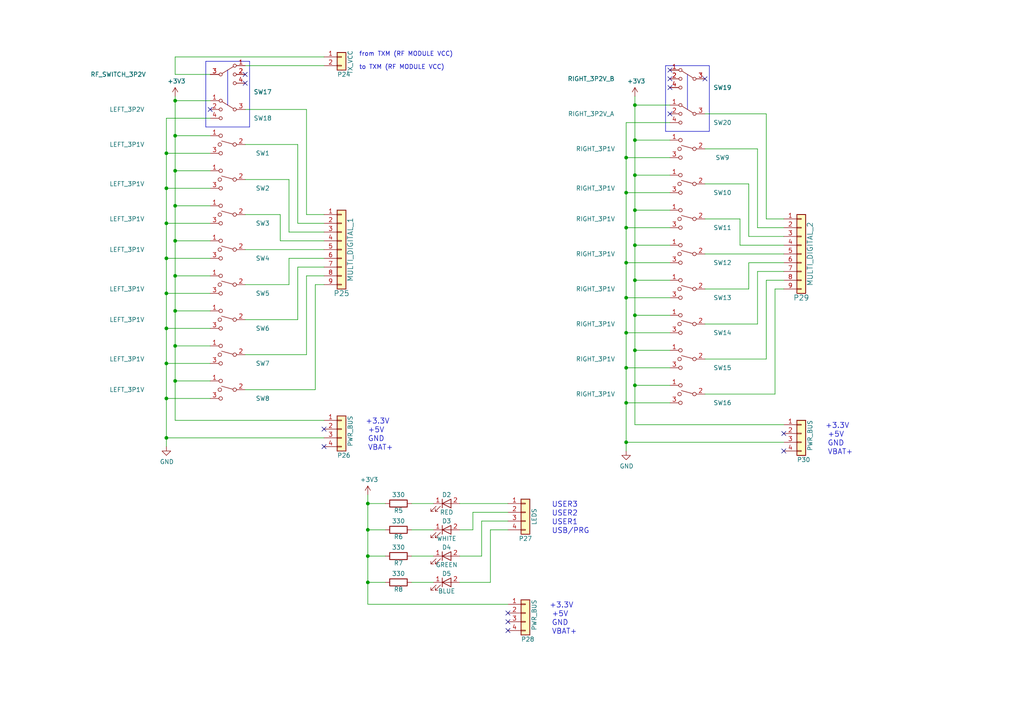
<source format=kicad_sch>
(kicad_sch (version 20230121) (generator eeschema)
  (paper "A4")
  (title_block (title "LEDs and Switches (User, RF mode, Multi digital)") (date "2020-04-15"))
  (lib_symbols
    (symbol "RCTX-rescue:+3.3V-power" (power) (pin_names (offset 0))
      (property "Value" "+3.3V-power" (at 0 3.556 0))
      (symbol "+3.3V-power_0_1"
        (polyline (pts (xy -0.762 1.27) (xy 0 2.54)))
        (polyline (pts (xy 0 0) (xy 0 2.54)))
        (polyline (pts (xy 0 2.54) (xy 0.762 1.27)))
      )
      (symbol "+3.3V-power_1_1"
        (pin power_in line (at 0 0 90) (length 0) hide (name "+3V3") (number "1"))
      )
    )
    (symbol "RCTX-rescue:Conn_01x02-conn" (pin_names (offset 1.016) hide)
      (property "Reference" "J" (at 0 2.54 0))
      (property "Value" "Conn_01x02-conn" (at 0 -5.08 0))
      (symbol "Conn_01x02-conn_1_1"
        (rectangle (start -1.27 -2.413) (end 0 -2.667) (stroke (width 0.1524)))
        (rectangle (start -1.27 0.127) (end 0 -0.127) (stroke (width 0.1524)))
        (rectangle (start -1.27 1.27) (end 1.27 -3.81) (stroke (width 0.254)) (fill (type background)))
        (pin passive line (at -5.08 0 0) (length 3.81) (name "Pin_1") (number "1"))
        (pin passive line (at -5.08 -2.54 0) (length 3.81) (name "Pin_2") (number "2"))
      )
    )
    (symbol "RCTX-rescue:Conn_01x04-conn" (pin_names (offset 1.016) hide)
      (property "Reference" "J" (at 0 5.08 0))
      (property "Value" "Conn_01x04-conn" (at 0 -7.62 0))
      (symbol "Conn_01x04-conn_1_1"
        (rectangle (start -1.27 -4.953) (end 0 -5.207) (stroke (width 0.1524)))
        (rectangle (start -1.27 -2.413) (end 0 -2.667) (stroke (width 0.1524)))
        (rectangle (start -1.27 0.127) (end 0 -0.127) (stroke (width 0.1524)))
        (rectangle (start -1.27 2.667) (end 0 2.413) (stroke (width 0.1524)))
        (rectangle (start -1.27 3.81) (end 1.27 -6.35) (stroke (width 0.254)) (fill (type background)))
        (pin passive line (at -5.08 2.54 0) (length 3.81) (name "Pin_1") (number "1"))
        (pin passive line (at -5.08 0 0) (length 3.81) (name "Pin_2") (number "2"))
        (pin passive line (at -5.08 -2.54 0) (length 3.81) (name "Pin_3") (number "3"))
        (pin passive line (at -5.08 -5.08 0) (length 3.81) (name "Pin_4") (number "4"))
      )
    )
    (symbol "RCTX-rescue:Conn_01x09-conn" (pin_names (offset 1.016) hide)
      (property "Reference" "J" (at 0 12.7 0))
      (property "Value" "Conn_01x09-conn" (at 0 -12.7 0))
      (symbol "Conn_01x09-conn_1_1"
        (rectangle (start -1.27 -10.033) (end 0 -10.287) (stroke (width 0.1524)))
        (rectangle (start -1.27 -7.493) (end 0 -7.747) (stroke (width 0.1524)))
        (rectangle (start -1.27 -4.953) (end 0 -5.207) (stroke (width 0.1524)))
        (rectangle (start -1.27 -2.413) (end 0 -2.667) (stroke (width 0.1524)))
        (rectangle (start -1.27 0.127) (end 0 -0.127) (stroke (width 0.1524)))
        (rectangle (start -1.27 2.667) (end 0 2.413) (stroke (width 0.1524)))
        (rectangle (start -1.27 5.207) (end 0 4.953) (stroke (width 0.1524)))
        (rectangle (start -1.27 7.747) (end 0 7.493) (stroke (width 0.1524)))
        (rectangle (start -1.27 10.287) (end 0 10.033) (stroke (width 0.1524)))
        (rectangle (start -1.27 11.43) (end 1.27 -11.43) (stroke (width 0.254)) (fill (type background)))
        (pin passive line (at -5.08 10.16 0) (length 3.81) (name "Pin_1") (number "1"))
        (pin passive line (at -5.08 7.62 0) (length 3.81) (name "Pin_2") (number "2"))
        (pin passive line (at -5.08 5.08 0) (length 3.81) (name "Pin_3") (number "3"))
        (pin passive line (at -5.08 2.54 0) (length 3.81) (name "Pin_4") (number "4"))
        (pin passive line (at -5.08 0 0) (length 3.81) (name "Pin_5") (number "5"))
        (pin passive line (at -5.08 -2.54 0) (length 3.81) (name "Pin_6") (number "6"))
        (pin passive line (at -5.08 -5.08 0) (length 3.81) (name "Pin_7") (number "7"))
        (pin passive line (at -5.08 -7.62 0) (length 3.81) (name "Pin_8") (number "8"))
        (pin passive line (at -5.08 -10.16 0) (length 3.81) (name "Pin_9") (number "9"))
      )
    )
    (symbol "RCTX-rescue:GND-power" (power) (pin_names (offset 0))
      (property "Value" "GND-power" (at 0 -3.81 0))
      (symbol "GND-power_0_1"
        (polyline (pts (xy 0 0) (xy 0 -1.27) (xy 1.27 -1.27) (xy 0 -2.54) (xy -1.27 -1.27) (xy 0 -1.27)))
      )
      (symbol "GND-power_1_1"
        (pin power_in line (at 0 0 270) (length 0) hide (name "GND") (number "1"))
      )
    )
    (symbol "RCTX-rescue:LED-device" (pin_names (offset 1.016) hide)
      (property "Reference" "D" (at 0 2.54 0))
      (property "Value" "LED-device" (at 0 -2.54 0))
      (symbol "LED-device_0_1"
        (polyline (pts (xy -1.27 -1.27) (xy -1.27 1.27)) (stroke (width 0.2032)))
        (polyline (pts (xy -1.27 0) (xy 1.27 0)))
        (polyline (pts (xy 1.27 -1.27) (xy 1.27 1.27) (xy -1.27 0) (xy 1.27 -1.27)) (stroke (width 0.2032)))
        (polyline (pts (xy -3.048 -0.762) (xy -4.572 -2.286) (xy -3.81 -2.286) (xy -4.572 -2.286) (xy -4.572 -1.524)))
        (polyline (pts (xy -1.778 -0.762) (xy -3.302 -2.286) (xy -2.54 -2.286) (xy -3.302 -2.286) (xy -3.302 -1.524)))
      )
      (symbol "LED-device_1_1"
        (pin passive line (at -3.81 0 0) (length 2.54) (name "K") (number "1"))
        (pin passive line (at 3.81 0 180) (length 2.54) (name "A") (number "2"))
      )
    )
    (symbol "RCTX-rescue:R-device" (pin_numbers hide) (pin_names (offset 0))
      (property "Reference" "R" (at 2.032 0 90))
      (property "Value" "device_R" (at 0 0 90))
      (symbol "R-device_0_1"
        (rectangle (start -1.016 -2.54) (end 1.016 2.54) (stroke (width 0.254)))
      )
      (symbol "R-device_1_1"
        (pin passive line (at 0 3.81 270) (length 1.27) (name "~") (number "1"))
        (pin passive line (at 0 -3.81 90) (length 1.27) (name "~") (number "2"))
      )
    )
    (symbol "RCTX-rescue:SW_SP3T-switches" (pin_names (offset 0) hide)
      (property "Reference" "SW" (at 0 5.08 0))
      (property "Value" "SW_SP3T-switches" (at 0 -5.08 0))
      (symbol "SW_SP3T-switches_0_1"
        (circle (center -2.032 0) (radius 0.4572))
        (polyline (pts (xy -1.651 0.254) (xy 1.651 2.286)))
        (circle (center 2.032 -2.54) (radius 0.4572))
        (circle (center 2.032 0) (radius 0.4572))
        (circle (center 2.032 2.54) (radius 0.4572))
      )
      (symbol "SW_SP3T-switches_1_1"
        (pin passive line (at 5.08 2.54 180) (length 2.54) (name "1") (number "1"))
        (pin passive line (at 5.08 0 180) (length 2.54) (name "2") (number "2"))
        (pin passive line (at -5.08 0 0) (length 2.54) (name "3") (number "3"))
        (pin passive line (at 5.08 -2.54 180) (length 2.54) (name "4") (number "4"))
      )
    )
    (symbol "RCTX-rescue:SW_SPDT_MSM-switches" (pin_names (offset 0) hide)
      (property "Reference" "SW" (at 0 5.08 0))
      (property "Value" "SW_SPDT_MSM-switches" (at 0 -5.08 0))
      (symbol "SW_SPDT_MSM-switches_0_0"
        (circle (center -2.032 0) (radius 0.508))
        (polyline (pts (xy -1.524 0.127) (xy 1.778 1.016)))
        (circle (center 2.032 -2.54) (radius 0.508))
      )
      (symbol "SW_SPDT_MSM-switches_0_1"
        (circle (center 2.032 2.54) (radius 0.508))
        (circle (center 2.286 0) (radius 0.508))
      )
      (symbol "SW_SPDT_MSM-switches_1_1"
        (pin passive line (at 5.08 2.54 180) (length 2.54) (name "1") (number "1"))
        (pin passive line (at -5.08 0 0) (length 2.54) (name "2") (number "2"))
        (pin passive line (at 5.08 -2.54 180) (length 2.54) (name "3") (number "3"))
      )
    )
  )
  (junction (at 50.8 39.37))
  (junction (at 50.8 90.17))
  (junction (at 184.15 101.6))
  (junction (at 184.15 71.12))
  (junction (at 50.8 69.85))
  (junction (at 50.8 110.49))
  (junction (at 48.26 44.45))
  (junction (at 106.68 161.29))
  (junction (at 184.15 60.96))
  (junction (at 184.15 81.28))
  (junction (at 181.61 55.88))
  (junction (at 48.26 115.57))
  (junction (at 106.68 146.05))
  (junction (at 181.61 116.84))
  (junction (at 184.15 111.76))
  (junction (at 181.61 45.72))
  (junction (at 48.26 54.61))
  (junction (at 184.15 50.8))
  (junction (at 181.61 96.52))
  (junction (at 50.8 80.01))
  (junction (at 184.15 30.48))
  (junction (at 184.15 40.64))
  (junction (at 50.8 100.33))
  (junction (at 48.26 105.41))
  (junction (at 181.61 76.2))
  (junction (at 48.26 95.25))
  (junction (at 181.61 128.27))
  (junction (at 48.26 85.09))
  (junction (at 48.26 74.93))
  (junction (at 184.15 91.44))
  (junction (at 50.8 49.53))
  (junction (at 50.8 29.21))
  (junction (at 181.61 66.04))
  (junction (at 48.26 64.77))
  (junction (at 181.61 106.68))
  (junction (at 48.26 127))
  (junction (at 106.68 168.91))
  (junction (at 106.68 153.67))
  (junction (at 181.61 86.36))
  (junction (at 50.8 59.69))
  (no_connect (at 71.12 24.13))
  (no_connect (at 227.33 130.81))
  (no_connect (at 147.32 182.88))
  (no_connect (at 204.47 22.86))
  (no_connect (at 147.32 180.34))
  (no_connect (at 194.31 25.4))
  (no_connect (at 147.32 177.8))
  (no_connect (at 194.31 22.86))
  (no_connect (at 93.98 124.46))
  (no_connect (at 227.33 125.73))
  (no_connect (at 194.31 20.32))
  (no_connect (at 93.98 129.54))
  (no_connect (at 60.96 31.75))
  (no_connect (at 71.12 21.59))
  (no_connect (at 194.31 33.02))
  (wire (pts (xy 50.8 90.17) (xy 60.96 90.17)))
  (wire (pts (xy 93.98 16.51) (xy 50.8 16.51)))
  (wire (pts (xy 106.68 146.05) (xy 106.68 153.67)))
  (wire (pts (xy 106.68 153.67) (xy 111.76 153.67)))
  (wire (pts (xy 133.35 146.05) (xy 147.32 146.05)))
  (wire (pts (xy 139.7 161.29) (xy 133.35 161.29)))
  (wire (pts (xy 83.82 52.07) (xy 71.12 52.07)))
  (wire (pts (xy 106.68 143.51) (xy 106.68 146.05)))
  (wire (pts (xy 181.61 96.52) (xy 181.61 86.36)))
  (wire (pts (xy 83.82 67.31) (xy 83.82 52.07)))
  (wire (pts (xy 48.26 95.25) (xy 48.26 85.09)))
  (wire (pts (xy 224.79 114.3) (xy 204.47 114.3)))
  (wire (pts (xy 88.9 31.75) (xy 71.12 31.75)))
  (wire (pts (xy 214.63 71.12) (xy 214.63 63.5)))
  (polyline (pts (xy 72.39 17.78) (xy 59.69 17.78)))
  (wire (pts (xy 181.61 96.52) (xy 194.31 96.52)))
  (wire (pts (xy 184.15 123.19) (xy 184.15 111.76)))
  (wire (pts (xy 217.17 76.2) (xy 217.17 83.82)))
  (wire (pts (xy 83.82 74.93) (xy 93.98 74.93)))
  (wire (pts (xy 184.15 111.76) (xy 184.15 101.6)))
  (wire (pts (xy 181.61 66.04) (xy 181.61 55.88)))
  (wire (pts (xy 227.33 71.12) (xy 214.63 71.12)))
  (wire (pts (xy 119.38 161.29) (xy 125.73 161.29)))
  (wire (pts (xy 71.12 113.03) (xy 91.44 113.03)))
  (wire (pts (xy 194.31 45.72) (xy 181.61 45.72)))
  (wire (pts (xy 50.8 27.94) (xy 50.8 29.21)))
  (wire (pts (xy 222.25 63.5) (xy 227.33 63.5)))
  (wire (pts (xy 181.61 86.36) (xy 194.31 86.36)))
  (polyline (pts (xy 59.69 17.78) (xy 59.69 36.83)))
  (wire (pts (xy 93.98 77.47) (xy 86.36 77.47)))
  (wire (pts (xy 93.98 127) (xy 48.26 127)))
  (wire (pts (xy 48.26 64.77) (xy 60.96 64.77)))
  (wire (pts (xy 50.8 90.17) (xy 50.8 80.01)))
  (wire (pts (xy 50.8 29.21) (xy 60.96 29.21)))
  (wire (pts (xy 184.15 50.8) (xy 184.15 40.64)))
  (wire (pts (xy 227.33 66.04) (xy 219.71 66.04)))
  (wire (pts (xy 219.71 43.18) (xy 204.47 43.18)))
  (wire (pts (xy 48.26 95.25) (xy 60.96 95.25)))
  (wire (pts (xy 184.15 71.12) (xy 184.15 60.96)))
  (wire (pts (xy 48.26 127) (xy 48.26 129.54)))
  (wire (pts (xy 181.61 128.27) (xy 181.61 130.81)))
  (wire (pts (xy 106.68 175.26) (xy 147.32 175.26)))
  (wire (pts (xy 48.26 85.09) (xy 60.96 85.09)))
  (wire (pts (xy 119.38 168.91) (xy 125.73 168.91)))
  (wire (pts (xy 48.26 85.09) (xy 48.26 74.93)))
  (wire (pts (xy 119.38 153.67) (xy 125.73 153.67)))
  (wire (pts (xy 219.71 78.74) (xy 219.71 93.98)))
  (wire (pts (xy 181.61 128.27) (xy 227.33 128.27)))
  (wire (pts (xy 50.8 16.51) (xy 50.8 21.59)))
  (wire (pts (xy 111.76 146.05) (xy 106.68 146.05)))
  (wire (pts (xy 50.8 110.49) (xy 60.96 110.49)))
  (wire (pts (xy 50.8 100.33) (xy 60.96 100.33)))
  (wire (pts (xy 50.8 80.01) (xy 50.8 69.85)))
  (wire (pts (xy 50.8 39.37) (xy 50.8 29.21)))
  (wire (pts (xy 88.9 102.87) (xy 71.12 102.87)))
  (wire (pts (xy 142.24 153.67) (xy 147.32 153.67)))
  (wire (pts (xy 106.68 161.29) (xy 106.68 168.91)))
  (wire (pts (xy 50.8 121.92) (xy 50.8 110.49)))
  (wire (pts (xy 139.7 151.13) (xy 139.7 161.29)))
  (wire (pts (xy 181.61 66.04) (xy 194.31 66.04)))
  (wire (pts (xy 217.17 53.34) (xy 217.17 68.58)))
  (wire (pts (xy 50.8 100.33) (xy 50.8 90.17)))
  (wire (pts (xy 194.31 30.48) (xy 184.15 30.48)))
  (wire (pts (xy 184.15 27.94) (xy 184.15 30.48)))
  (wire (pts (xy 86.36 41.91) (xy 86.36 64.77)))
  (polyline (pts (xy 59.69 36.83) (xy 72.39 36.83)))
  (wire (pts (xy 184.15 50.8) (xy 194.31 50.8)))
  (wire (pts (xy 224.79 83.82) (xy 224.79 114.3)))
  (polyline (pts (xy 66.04 30.48) (xy 66.04 20.32)))
  (wire (pts (xy 181.61 76.2) (xy 181.61 66.04)))
  (wire (pts (xy 184.15 91.44) (xy 184.15 81.28)))
  (wire (pts (xy 181.61 45.72) (xy 181.61 35.56)))
  (wire (pts (xy 222.25 81.28) (xy 222.25 104.14)))
  (wire (pts (xy 50.8 69.85) (xy 60.96 69.85)))
  (wire (pts (xy 184.15 91.44) (xy 194.31 91.44)))
  (wire (pts (xy 48.26 105.41) (xy 48.26 95.25)))
  (wire (pts (xy 111.76 168.91) (xy 106.68 168.91)))
  (wire (pts (xy 48.26 105.41) (xy 60.96 105.41)))
  (wire (pts (xy 71.12 19.05) (xy 93.98 19.05)))
  (wire (pts (xy 93.98 62.23) (xy 88.9 62.23)))
  (wire (pts (xy 222.25 33.02) (xy 222.25 63.5)))
  (polyline (pts (xy 72.39 36.83) (xy 72.39 17.78)))
  (wire (pts (xy 71.12 92.71) (xy 86.36 92.71)))
  (wire (pts (xy 60.96 39.37) (xy 50.8 39.37)))
  (wire (pts (xy 93.98 82.55) (xy 91.44 82.55)))
  (wire (pts (xy 88.9 80.01) (xy 93.98 80.01)))
  (wire (pts (xy 181.61 106.68) (xy 181.61 96.52)))
  (polyline (pts (xy 199.39 21.59) (xy 199.39 31.75)))
  (wire (pts (xy 181.61 86.36) (xy 181.61 76.2)))
  (wire (pts (xy 50.8 110.49) (xy 50.8 100.33)))
  (polyline (pts (xy 193.04 38.1) (xy 205.74 38.1)))
  (wire (pts (xy 91.44 82.55) (xy 91.44 113.03)))
  (wire (pts (xy 50.8 59.69) (xy 50.8 49.53)))
  (wire (pts (xy 181.61 55.88) (xy 194.31 55.88)))
  (wire (pts (xy 137.16 153.67) (xy 137.16 148.59)))
  (wire (pts (xy 93.98 67.31) (xy 83.82 67.31)))
  (wire (pts (xy 227.33 81.28) (xy 222.25 81.28)))
  (wire (pts (xy 86.36 77.47) (xy 86.36 92.71)))
  (wire (pts (xy 81.28 69.85) (xy 93.98 69.85)))
  (wire (pts (xy 133.35 168.91) (xy 142.24 168.91)))
  (wire (pts (xy 219.71 93.98) (xy 204.47 93.98)))
  (wire (pts (xy 181.61 55.88) (xy 181.61 45.72)))
  (wire (pts (xy 106.68 161.29) (xy 111.76 161.29)))
  (wire (pts (xy 106.68 153.67) (xy 106.68 161.29)))
  (wire (pts (xy 181.61 116.84) (xy 194.31 116.84)))
  (wire (pts (xy 48.26 54.61) (xy 60.96 54.61)))
  (wire (pts (xy 219.71 78.74) (xy 227.33 78.74)))
  (wire (pts (xy 142.24 168.91) (xy 142.24 153.67)))
  (wire (pts (xy 48.26 115.57) (xy 48.26 105.41)))
  (wire (pts (xy 181.61 116.84) (xy 181.61 106.68)))
  (wire (pts (xy 50.8 49.53) (xy 60.96 49.53)))
  (wire (pts (xy 48.26 74.93) (xy 48.26 64.77)))
  (wire (pts (xy 88.9 62.23) (xy 88.9 31.75)))
  (wire (pts (xy 86.36 64.77) (xy 93.98 64.77)))
  (wire (pts (xy 204.47 83.82) (xy 217.17 83.82)))
  (wire (pts (xy 106.68 168.91) (xy 106.68 175.26)))
  (wire (pts (xy 181.61 35.56) (xy 194.31 35.56)))
  (wire (pts (xy 204.47 104.14) (xy 222.25 104.14)))
  (wire (pts (xy 81.28 62.23) (xy 81.28 69.85)))
  (wire (pts (xy 50.8 121.92) (xy 93.98 121.92)))
  (wire (pts (xy 133.35 153.67) (xy 137.16 153.67)))
  (wire (pts (xy 71.12 41.91) (xy 86.36 41.91)))
  (polyline (pts (xy 205.74 38.1) (xy 205.74 19.05)))
  (wire (pts (xy 184.15 81.28) (xy 194.31 81.28)))
  (wire (pts (xy 48.26 127) (xy 48.26 115.57)))
  (wire (pts (xy 48.26 64.77) (xy 48.26 54.61)))
  (wire (pts (xy 60.96 44.45) (xy 48.26 44.45)))
  (wire (pts (xy 219.71 66.04) (xy 219.71 43.18)))
  (wire (pts (xy 50.8 69.85) (xy 50.8 59.69)))
  (wire (pts (xy 184.15 71.12) (xy 194.31 71.12)))
  (wire (pts (xy 224.79 83.82) (xy 227.33 83.82)))
  (wire (pts (xy 181.61 76.2) (xy 194.31 76.2)))
  (wire (pts (xy 194.31 40.64) (xy 184.15 40.64)))
  (wire (pts (xy 137.16 148.59) (xy 147.32 148.59)))
  (wire (pts (xy 60.96 34.29) (xy 48.26 34.29)))
  (polyline (pts (xy 193.04 19.05) (xy 193.04 38.1)))
  (wire (pts (xy 204.47 73.66) (xy 227.33 73.66)))
  (wire (pts (xy 181.61 128.27) (xy 181.61 116.84)))
  (wire (pts (xy 184.15 101.6) (xy 184.15 91.44)))
  (wire (pts (xy 83.82 82.55) (xy 71.12 82.55)))
  (wire (pts (xy 227.33 123.19) (xy 184.15 123.19)))
  (wire (pts (xy 204.47 33.02) (xy 222.25 33.02)))
  (wire (pts (xy 184.15 40.64) (xy 184.15 30.48)))
  (wire (pts (xy 184.15 60.96) (xy 194.31 60.96)))
  (wire (pts (xy 83.82 74.93) (xy 83.82 82.55)))
  (wire (pts (xy 48.26 54.61) (xy 48.26 44.45)))
  (wire (pts (xy 48.26 74.93) (xy 60.96 74.93)))
  (wire (pts (xy 50.8 80.01) (xy 60.96 80.01)))
  (wire (pts (xy 214.63 63.5) (xy 204.47 63.5)))
  (wire (pts (xy 50.8 21.59) (xy 60.96 21.59)))
  (wire (pts (xy 181.61 106.68) (xy 194.31 106.68)))
  (wire (pts (xy 48.26 44.45) (xy 48.26 34.29)))
  (wire (pts (xy 88.9 80.01) (xy 88.9 102.87)))
  (wire (pts (xy 184.15 111.76) (xy 194.31 111.76)))
  (polyline (pts (xy 205.74 19.05) (xy 193.04 19.05)))
  (wire (pts (xy 217.17 68.58) (xy 227.33 68.58)))
  (wire (pts (xy 204.47 53.34) (xy 217.17 53.34)))
  (wire (pts (xy 50.8 49.53) (xy 50.8 39.37)))
  (wire (pts (xy 184.15 81.28) (xy 184.15 71.12)))
  (wire (pts (xy 50.8 59.69) (xy 60.96 59.69)))
  (wire (pts (xy 184.15 101.6) (xy 194.31 101.6)))
  (wire (pts (xy 227.33 76.2) (xy 217.17 76.2)))
  (wire (pts (xy 48.26 115.57) (xy 60.96 115.57)))
  (wire (pts (xy 119.38 146.05) (xy 125.73 146.05)))
  (wire (pts (xy 147.32 151.13) (xy 139.7 151.13)))
  (wire (pts (xy 71.12 62.23) (xy 81.28 62.23)))
  (wire (pts (xy 71.12 72.39) (xy 93.98 72.39)))
  (wire (pts (xy 184.15 60.96) (xy 184.15 50.8)))
  (text "GND" (at 160.02 181.61 0) (effects (font (size 1.524 1.524)) (justify left bottom)))
  (text "USER3" (at 160.02 147.32 0) (effects (font (size 1.524 1.524)) (justify left bottom)))
  (text "+5V" (at 240.03 127 0) (effects (font (size 1.524 1.524)) (justify left bottom)))
  (text "GND" (at 240.03 129.54 0) (effects (font (size 1.524 1.524)) (justify left bottom)))
  (text "to TXM (RF MODULE VCC)" (at 104.14 20.32 0) (effects (font (size 1.27 1.27)) (justify left bottom)))
  (text "+5V" (at 160.02 179.07 0) (effects (font (size 1.524 1.524)) (justify left bottom)))
  (text "USER1" (at 160.02 152.4 0) (effects (font (size 1.524 1.524)) (justify left bottom)))
  (text "+3.3V" (at 246.38 124.46 0) (effects (font (size 1.524 1.524)) (justify right bottom)))
  (text "+5V" (at 106.68 125.73 0) (effects (font (size 1.524 1.524)) (justify left bottom)))
  (text "VBAT+" (at 240.03 132.08 0) (effects (font (size 1.524 1.524)) (justify left bottom)))
  (text "VBAT+" (at 160.02 184.15 0) (effects (font (size 1.524 1.524)) (justify left bottom)))
  (text "GND" (at 106.68 128.27 0) (effects (font (size 1.524 1.524)) (justify left bottom)))
  (text "USB/PRG" (at 160.02 154.94 0) (effects (font (size 1.524 1.524)) (justify left bottom)))
  (text "USER2" (at 160.02 149.86 0) (effects (font (size 1.524 1.524)) (justify left bottom)))
  (text "from TXM (RF MODULE VCC)" (at 104.14 16.51 0) (effects (font (size 1.27 1.27)) (justify left bottom)))
  (text "VBAT+" (at 106.68 130.81 0) (effects (font (size 1.524 1.524)) (justify left bottom)))
  (text "+3.3V" (at 166.37 176.53 0) (effects (font (size 1.524 1.524)) (justify right bottom)))
  (text "+3.3V" (at 113.03 123.19 0) (effects (font (size 1.524 1.524)) (justify right bottom)))
  (symbol (lib_id "RCTX-rescue:SW_SPDT_MSM-switches") (at 66.04 41.91 0) (mirror y) (unit 1)
    (property "Reference" "SW1" (at 76.2 44.45 0))
    (property "Value" "LEFT_3P1V" (at 36.83 41.91 0))
    (property "Footprint" "Buttons_Switches_THT:SW_CuK_JS202011CQN_DPDT_Straight" (effects hide))
  )
  (symbol (lib_id "RCTX-rescue:SW_SPDT_MSM-switches") (at 66.04 52.07 0) (mirror y) (unit 1)
    (property "Reference" "SW2" (at 76.2 54.61 0))
    (property "Value" "LEFT_3P1V" (at 36.83 53.34 0))
    (property "Footprint" "Buttons_Switches_THT:SW_CuK_JS202011CQN_DPDT_Straight" (effects hide))
  )
  (symbol (lib_id "RCTX-rescue:SW_SPDT_MSM-switches") (at 66.04 62.23 0) (mirror y) (unit 1)
    (property "Reference" "SW3" (at 76.2 64.77 0))
    (property "Value" "LEFT_3P1V" (at 36.83 63.5 0))
    (property "Footprint" "Buttons_Switches_THT:SW_CuK_JS202011CQN_DPDT_Straight" (effects hide))
  )
  (symbol (lib_id "RCTX-rescue:SW_SPDT_MSM-switches") (at 66.04 72.39 0) (mirror y) (unit 1)
    (property "Reference" "SW4" (at 76.2 74.93 0))
    (property "Value" "LEFT_3P1V" (at 36.83 72.39 0))
    (property "Footprint" "Buttons_Switches_THT:SW_CuK_JS202011CQN_DPDT_Straight" (effects hide))
  )
  (symbol (lib_id "RCTX-rescue:SW_SPDT_MSM-switches") (at 66.04 82.55 0) (mirror y) (unit 1)
    (property "Reference" "SW5" (at 76.2 85.09 0))
    (property "Value" "LEFT_3P1V" (at 36.83 83.82 0))
    (property "Footprint" "Buttons_Switches_THT:SW_CuK_JS202011CQN_DPDT_Straight" (effects hide))
  )
  (symbol (lib_id "RCTX-rescue:SW_SPDT_MSM-switches") (at 66.04 92.71 0) (mirror y) (unit 1)
    (property "Reference" "SW6" (at 76.2 95.25 0))
    (property "Value" "LEFT_3P1V" (at 36.83 92.71 0))
    (property "Footprint" "Buttons_Switches_THT:SW_CuK_JS202011CQN_DPDT_Straight" (effects hide))
  )
  (symbol (lib_id "RCTX-rescue:SW_SPDT_MSM-switches") (at 66.04 102.87 0) (mirror y) (unit 1)
    (property "Reference" "SW7" (at 76.2 105.41 0))
    (property "Value" "LEFT_3P1V" (at 36.83 104.14 0))
    (property "Footprint" "Buttons_Switches_THT:SW_CuK_JS202011CQN_DPDT_Straight" (effects hide))
  )
  (symbol (lib_id "RCTX-rescue:SW_SPDT_MSM-switches") (at 66.04 113.03 0) (mirror y) (unit 1)
    (property "Reference" "SW8" (at 76.2 115.57 0))
    (property "Value" "LEFT_3P1V" (at 36.83 113.03 0))
    (property "Footprint" "Buttons_Switches_THT:SW_CuK_JS202011CQN_DPDT_Straight" (effects hide))
  )
  (symbol (lib_id "RCTX-rescue:Conn_01x09-conn") (at 99.06 72.39 0) (unit 1)
    (property "Reference" "P25" (at 99.06 85.09 0) (effects (font (size 1.524 1.524))))
    (property "Value" "MULTI_DIGITAL_1" (at 101.6 72.39 90) (effects (font (size 1.524 1.524))))
    (property "Footprint" "Connectors_Samtec:SL-109-X-XX_1x09" (effects hide))
  )
  (symbol (lib_id "RCTX-rescue:Conn_01x09-conn") (at 232.41 73.66 0) (unit 1)
    (property "Reference" "P29" (at 232.41 86.36 0) (effects (font (size 1.524 1.524))))
    (property "Value" "MULTI_DIGITAL_2" (at 234.95 73.66 90) (effects (font (size 1.524 1.524))))
    (property "Footprint" "Connectors_Samtec:SL-109-X-XX_1x09" (effects hide))
  )
  (symbol (lib_id "RCTX-rescue:SW_SPDT_MSM-switches") (at 199.39 114.3 0) (mirror y) (unit 1)
    (property "Reference" "SW16" (at 209.55 116.84 0))
    (property "Value" "RIGHT_3P1V" (at 172.72 114.3 0))
    (property "Footprint" "Buttons_Switches_THT:SW_CuK_JS202011CQN_DPDT_Straight" (effects hide))
  )
  (symbol (lib_id "RCTX-rescue:SW_SPDT_MSM-switches") (at 199.39 104.14 0) (mirror y) (unit 1)
    (property "Reference" "SW15" (at 209.55 106.68 0))
    (property "Value" "RIGHT_3P1V" (at 172.72 104.14 0))
    (property "Footprint" "Buttons_Switches_THT:SW_CuK_JS202011CQN_DPDT_Straight" (effects hide))
  )
  (symbol (lib_id "RCTX-rescue:SW_SPDT_MSM-switches") (at 199.39 93.98 0) (mirror y) (unit 1)
    (property "Reference" "SW14" (at 209.55 96.52 0))
    (property "Value" "RIGHT_3P1V" (at 172.72 93.98 0))
    (property "Footprint" "Buttons_Switches_THT:SW_CuK_JS202011CQN_DPDT_Straight" (effects hide))
  )
  (symbol (lib_id "RCTX-rescue:SW_SPDT_MSM-switches") (at 199.39 83.82 0) (mirror y) (unit 1)
    (property "Reference" "SW13" (at 209.55 86.36 0))
    (property "Value" "RIGHT_3P1V" (at 172.72 83.82 0))
    (property "Footprint" "Buttons_Switches_THT:SW_CuK_JS202011CQN_DPDT_Straight" (effects hide))
  )
  (symbol (lib_id "RCTX-rescue:SW_SPDT_MSM-switches") (at 199.39 73.66 0) (mirror y) (unit 1)
    (property "Reference" "SW12" (at 209.55 76.2 0))
    (property "Value" "RIGHT_3P1V" (at 172.72 73.66 0))
    (property "Footprint" "Buttons_Switches_THT:SW_CuK_JS202011CQN_DPDT_Straight" (effects hide))
  )
  (symbol (lib_id "RCTX-rescue:SW_SPDT_MSM-switches") (at 199.39 63.5 0) (mirror y) (unit 1)
    (property "Reference" "SW11" (at 209.55 66.04 0))
    (property "Value" "RIGHT_3P1V" (at 172.72 63.5 0))
    (property "Footprint" "Buttons_Switches_THT:SW_CuK_JS202011CQN_DPDT_Straight" (effects hide))
  )
  (symbol (lib_id "RCTX-rescue:SW_SPDT_MSM-switches") (at 199.39 53.34 0) (mirror y) (unit 1)
    (property "Reference" "SW10" (at 209.55 55.88 0))
    (property "Value" "RIGHT_3P1V" (at 172.72 54.61 0))
    (property "Footprint" "Buttons_Switches_THT:SW_CuK_JS202011CQN_DPDT_Straight" (effects hide))
  )
  (symbol (lib_id "RCTX-rescue:SW_SPDT_MSM-switches") (at 199.39 43.18 0) (mirror y) (unit 1)
    (property "Reference" "SW9" (at 209.55 45.72 0))
    (property "Value" "RIGHT_3P1V" (at 172.72 43.18 0))
    (property "Footprint" "Buttons_Switches_THT:SW_CuK_JS202011CQN_DPDT_Straight" (effects hide))
  )
  (symbol (lib_id "RCTX-rescue:R-device") (at 115.57 146.05 270) (unit 1)
    (property "Reference" "R5" (at 115.57 148.082 90))
    (property "Value" "330" (at 115.57 143.51 90))
    (property "Footprint" "Resistors_THT:R_Axial_DIN0204_L3.6mm_D1.6mm_P1.90mm_Vertical" (effects hide))
  )
  (symbol (lib_id "RCTX-rescue:R-device") (at 115.57 153.67 270) (unit 1)
    (property "Reference" "R6" (at 115.57 155.702 90))
    (property "Value" "330" (at 115.57 151.13 90))
    (property "Footprint" "Resistors_THT:R_Axial_DIN0204_L3.6mm_D1.6mm_P1.90mm_Vertical" (effects hide))
  )
  (symbol (lib_id "RCTX-rescue:R-device") (at 115.57 161.29 270) (unit 1)
    (property "Reference" "R7" (at 115.57 163.322 90))
    (property "Value" "330" (at 115.57 158.75 90))
    (property "Footprint" "Resistors_THT:R_Axial_DIN0204_L3.6mm_D1.6mm_P1.90mm_Vertical" (effects hide))
  )
  (symbol (lib_id "RCTX-rescue:R-device") (at 115.57 168.91 270) (unit 1)
    (property "Reference" "R8" (at 115.57 170.942 90))
    (property "Value" "330" (at 115.57 166.37 90))
    (property "Footprint" "Resistors_THT:R_Axial_DIN0204_L3.6mm_D1.6mm_P1.90mm_Vertical" (effects hide))
  )
  (symbol (lib_id "RCTX-rescue:LED-device") (at 129.54 146.05 0) (unit 1)
    (property "Reference" "D2" (at 129.54 143.51 0))
    (property "Value" "RED" (at 129.54 148.59 0))
    (property "Footprint" "LEDs:LED_D3.0mm" (effects hide))
  )
  (symbol (lib_id "RCTX-rescue:LED-device") (at 129.54 153.67 0) (unit 1)
    (property "Reference" "D3" (at 129.54 151.13 0))
    (property "Value" "WHITE" (at 129.54 156.21 0))
    (property "Footprint" "LEDs:LED_D3.0mm" (effects hide))
  )
  (symbol (lib_id "RCTX-rescue:LED-device") (at 129.54 161.29 0) (unit 1)
    (property "Reference" "D4" (at 129.54 158.75 0))
    (property "Value" "GREEN" (at 129.54 163.83 0))
    (property "Footprint" "LEDs:LED_D3.0mm" (effects hide))
  )
  (symbol (lib_id "RCTX-rescue:LED-device") (at 129.54 168.91 0) (unit 1)
    (property "Reference" "D5" (at 129.54 166.37 0))
    (property "Value" "BLUE" (at 129.54 171.45 0))
    (property "Footprint" "LEDs:LED_D3.0mm" (effects hide))
  )
  (symbol (lib_id "RCTX-rescue:Conn_01x04-conn") (at 152.4 148.59 0) (unit 1)
    (property "Reference" "P27" (at 152.4 156.21 0))
    (property "Value" "LEDS" (at 154.94 149.86 90))
    (property "Footprint" "Connectors_Samtec:SL-104-X-XX_1x04" (effects hide))
  )
  (symbol (lib_id "RCTX-rescue:SW_SP3T-switches") (at 66.04 21.59 0) (unit 1)
    (property "Reference" "SW17" (at 76.2 26.67 0))
    (property "Value" "RF_SWITCH_3P2V" (at 34.29 21.59 0))
    (property "Footprint" "Buttons_Switches_THT:SW_CuK_JS202011AQN_DPDT_Angled" (effects hide))
  )
  (symbol (lib_id "RCTX-rescue:SW_SP3T-switches") (at 66.04 31.75 0) (mirror y) (unit 1)
    (property "Reference" "SW18" (at 76.2 34.29 0))
    (property "Value" "LEFT_3P2V" (at 36.83 31.75 0))
    (property "Footprint" "Buttons_Switches_THT:SW_CuK_JS202011AQN_DPDT_Angled" (effects hide))
  )
  (symbol (lib_id "RCTX-rescue:SW_SP3T-switches") (at 199.39 33.02 0) (mirror y) (unit 1)
    (property "Reference" "SW20" (at 209.55 35.56 0))
    (property "Value" "RIGHT_3P2V_A" (at 171.45 33.02 0))
    (property "Footprint" "Buttons_Switches_THT:SW_CuK_JS202011AQN_DPDT_Angled" (effects hide))
  )
  (symbol (lib_id "RCTX-rescue:SW_SP3T-switches") (at 199.39 22.86 0) (mirror y) (unit 1)
    (property "Reference" "SW19" (at 209.55 25.4 0))
    (property "Value" "RIGHT_3P2V_B" (at 171.45 22.86 0))
    (property "Footprint" "Buttons_Switches_THT:SW_CuK_JS202011AQN_DPDT_Angled" (effects hide))
  )
  (symbol (lib_id "RCTX-rescue:Conn_01x04-conn") (at 232.41 125.73 0) (unit 1)
    (property "Reference" "P30" (at 231.14 133.35 0) (effects (justify left)))
    (property "Value" "PWR_BUS" (at 234.95 130.81 90) (effects (justify left)))
    (property "Footprint" "Connectors_Samtec:SL-104-X-XX_1x04" (effects hide))
  )
  (symbol (lib_id "RCTX-rescue:Conn_01x04-conn") (at 99.06 124.46 0) (unit 1)
    (property "Reference" "P26" (at 97.79 132.08 0) (effects (justify left)))
    (property "Value" "PWR_BUS" (at 101.6 129.54 90) (effects (justify left)))
    (property "Footprint" "Connectors_Samtec:SL-104-X-XX_1x04" (effects hide))
  )
  (symbol (lib_id "RCTX-rescue:Conn_01x04-conn") (at 152.4 177.8 0) (unit 1)
    (property "Reference" "P28" (at 151.13 185.42 0) (effects (justify left)))
    (property "Value" "PWR_BUS" (at 154.94 182.88 90) (effects (justify left)))
    (property "Footprint" "Connectors_Samtec:SL-104-X-XX_1x04" (effects hide))
  )
  (symbol (lib_id "RCTX-rescue:Conn_01x02-conn") (at 99.06 16.51 0) (unit 1)
    (property "Reference" "P24" (at 97.79 21.59 0) (effects (justify left)))
    (property "Value" "TX_VCC" (at 101.6 21.59 90) (effects (justify left)))
    (property "Footprint" "Connectors_Samtec:SL-102-X-XX_1x02" (effects hide))
    (instances (project "RCTX" (path "" (reference "P24") (unit 1)) (path "" (reference "P?") (unit 1))))
  )
  (symbol (lib_id "RCTX-rescue:+3.3V-power") (at 184.15 27.94 0) (unit 1)
    (property "Reference" "#PWR017" (effects hide))
    (property "Value" "+3.3V" (at 184.531 23.5458 0))
  )
  (symbol (lib_id "RCTX-rescue:+3.3V-power") (at 106.68 143.51 0) (unit 1)
    (property "Reference" "#PWR014" (effects hide))
    (property "Value" "+3.3V" (at 107.061 139.1158 0))
  )
  (symbol (lib_id "RCTX-rescue:+3.3V-power") (at 50.8 27.94 0) (unit 1)
    (property "Reference" "#PWR013" (effects hide))
    (property "Value" "+3.3V" (at 51.181 23.5458 0))
  )
  (symbol (lib_id "RCTX-rescue:GND-power") (at 181.61 130.81 0) (unit 1)
    (property "Reference" "#PWR016" (effects hide))
    (property "Value" "GND" (at 181.737 135.2042 0))
  )
  (symbol (lib_id "RCTX-rescue:GND-power") (at 48.26 129.54 0) (unit 1)
    (property "Reference" "#PWR012" (effects hide))
    (property "Value" "GND" (at 48.387 133.9342 0))
  )
)
</source>
